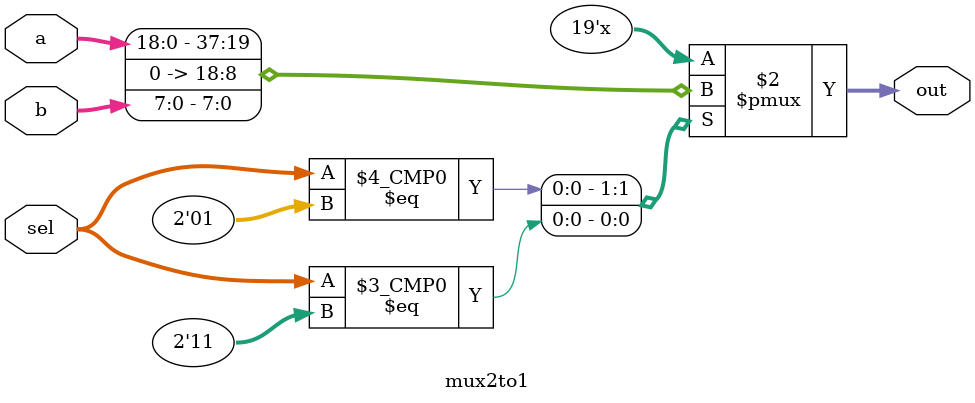
<source format=v>

module mux2to1(   
    input [18:0]  a,
    input [7:0]   b,
    input [1:0] sel,
    output [18:0] out
);

always @ (a or b or sel)
begin
    case (sel)
        2'b01: out <= a;
        2'b11: out <= {{11{0}},b[7:0]};
    endcase
end

endmodule
</source>
